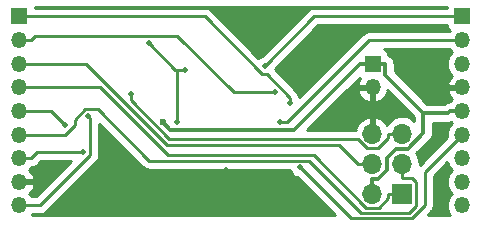
<source format=gbl>
G04 #@! TF.GenerationSoftware,KiCad,Pcbnew,(5.1.2-1)-1*
G04 #@! TF.CreationDate,2019-05-25T15:40:47+02:00*
G04 #@! TF.ProjectId,PSX64 Interface,50535836-3420-4496-9e74-657266616365,1.0*
G04 #@! TF.SameCoordinates,Original*
G04 #@! TF.FileFunction,Copper,L2,Bot*
G04 #@! TF.FilePolarity,Positive*
%FSLAX46Y46*%
G04 Gerber Fmt 4.6, Leading zero omitted, Abs format (unit mm)*
G04 Created by KiCad (PCBNEW (5.1.2-1)-1) date 2019-05-25 15:40:47*
%MOMM*%
%LPD*%
G04 APERTURE LIST*
%ADD10O,1.350000X1.350000*%
%ADD11R,1.350000X1.350000*%
%ADD12R,1.700000X1.700000*%
%ADD13O,1.700000X1.700000*%
%ADD14C,0.500000*%
%ADD15C,0.600000*%
%ADD16C,0.350000*%
%ADD17C,0.250000*%
%ADD18C,0.254000*%
G04 APERTURE END LIST*
D10*
X107500000Y-141000000D03*
X107500000Y-139000000D03*
X107500000Y-137000000D03*
X107500000Y-135000000D03*
X107500000Y-133000000D03*
X107500000Y-131000000D03*
X107500000Y-129000000D03*
X107500000Y-127000000D03*
D11*
X107500000Y-125000000D03*
X137400000Y-129000000D03*
D10*
X137400000Y-131000000D03*
D11*
X145000000Y-125000000D03*
D10*
X145000000Y-127000000D03*
X145000000Y-129000000D03*
X145000000Y-131000000D03*
X145000000Y-133000000D03*
X145000000Y-135000000D03*
X145000000Y-137000000D03*
X145000000Y-139000000D03*
X145000000Y-141000000D03*
D12*
X139900000Y-140000000D03*
D13*
X137360000Y-140000000D03*
X139900000Y-137460000D03*
X137360000Y-137460000D03*
X139900000Y-134920000D03*
X137360000Y-134920000D03*
D14*
X125000000Y-124868200D03*
X131500000Y-124500000D03*
X128000000Y-128000000D03*
X129734400Y-129000000D03*
X135500000Y-133000000D03*
X142500000Y-136000000D03*
X143500000Y-140000000D03*
X133000000Y-134500000D03*
X125000000Y-138000000D03*
X117500000Y-140500000D03*
X128500000Y-139000000D03*
D15*
X119640400Y-133955000D03*
D14*
X113279700Y-133427900D03*
X112895600Y-136509500D03*
X111338800Y-134172700D03*
X129140300Y-131429000D03*
X130410000Y-132345900D03*
X118458700Y-127252000D03*
X120870100Y-133945200D03*
X121553600Y-129492800D03*
X131259200Y-137777000D03*
X129595700Y-133945200D03*
X128248300Y-129206400D03*
X116906900Y-131567000D03*
D16*
X137400000Y-131000000D02*
X137400000Y-132050300D01*
X137360000Y-134920000D02*
X137360000Y-132090300D01*
X137360000Y-132090300D02*
X137400000Y-132050300D01*
X136349700Y-129000000D02*
X130769500Y-134580200D01*
X130769500Y-134580200D02*
X120265600Y-134580200D01*
X120265600Y-134580200D02*
X119640400Y-133955000D01*
X137400000Y-129000000D02*
X138450300Y-129000000D01*
X141706900Y-133189100D02*
X138450300Y-129932500D01*
X138450300Y-129932500D02*
X138450300Y-129000000D01*
X141706900Y-133189100D02*
X141706900Y-134846100D01*
X141706900Y-134846100D02*
X140363000Y-136190000D01*
X140363000Y-136190000D02*
X139366700Y-136190000D01*
X139366700Y-136190000D02*
X138585300Y-136971400D01*
X138585300Y-136971400D02*
X138585300Y-138009000D01*
X138585300Y-138009000D02*
X137819600Y-138774700D01*
X137819600Y-138774700D02*
X137360000Y-138774700D01*
X143949700Y-133000000D02*
X143760600Y-133189100D01*
X143760600Y-133189100D02*
X141706900Y-133189100D01*
X137400000Y-129000000D02*
X136349700Y-129000000D01*
X145000000Y-133000000D02*
X143949700Y-133000000D01*
X137360000Y-140000000D02*
X137360000Y-138774700D01*
D17*
X113279700Y-133427900D02*
X113506800Y-133655000D01*
X113506800Y-133655000D02*
X113506800Y-136726500D01*
X113506800Y-136726500D02*
X109233300Y-141000000D01*
X109233300Y-141000000D02*
X107500000Y-141000000D01*
X108500300Y-137000000D02*
X108990800Y-136509500D01*
X108990800Y-136509500D02*
X112895600Y-136509500D01*
X107500000Y-137000000D02*
X108500300Y-137000000D01*
X107500000Y-135000000D02*
X111325200Y-135000000D01*
X111325200Y-135000000D02*
X112162700Y-134162500D01*
X112162700Y-134162500D02*
X112162700Y-133731000D01*
X112162700Y-133731000D02*
X113050300Y-132843400D01*
X113050300Y-132843400D02*
X114119300Y-132843400D01*
X114119300Y-132843400D02*
X118477500Y-137201600D01*
X118477500Y-137201600D02*
X131993300Y-137201600D01*
X131993300Y-137201600D02*
X136417700Y-141626000D01*
X136417700Y-141626000D02*
X140492800Y-141626000D01*
X140492800Y-141626000D02*
X141081700Y-141037100D01*
X141081700Y-141037100D02*
X141081700Y-139009000D01*
X141081700Y-139009000D02*
X140708000Y-138635300D01*
X140708000Y-138635300D02*
X139900000Y-138635300D01*
X139900000Y-137460000D02*
X139900000Y-138635300D01*
X111338800Y-134172700D02*
X110166100Y-133000000D01*
X110166100Y-133000000D02*
X107500000Y-133000000D01*
X139900000Y-140000000D02*
X138724700Y-140000000D01*
X138724700Y-140000000D02*
X138724700Y-140367300D01*
X138724700Y-140367300D02*
X137916400Y-141175600D01*
X137916400Y-141175600D02*
X136873400Y-141175600D01*
X136873400Y-141175600D02*
X132449000Y-136751200D01*
X132449000Y-136751200D02*
X120090000Y-136751200D01*
X120090000Y-136751200D02*
X114338800Y-131000000D01*
X114338800Y-131000000D02*
X107500000Y-131000000D01*
X136184700Y-137460000D02*
X134575200Y-135850500D01*
X134575200Y-135850500D02*
X120014700Y-135850500D01*
X120014700Y-135850500D02*
X113164200Y-129000000D01*
X113164200Y-129000000D02*
X107500000Y-129000000D01*
X137360000Y-137460000D02*
X136184700Y-137460000D01*
X107500000Y-127000000D02*
X108500300Y-127000000D01*
X129140300Y-131429000D02*
X129140300Y-131428900D01*
X129140300Y-131428900D02*
X125632700Y-131428900D01*
X125632700Y-131428900D02*
X120880500Y-126676700D01*
X120880500Y-126676700D02*
X108823600Y-126676700D01*
X108823600Y-126676700D02*
X108500300Y-127000000D01*
X130410000Y-132345900D02*
X130410000Y-131863200D01*
X130410000Y-131863200D02*
X128428700Y-129881900D01*
X128428700Y-129881900D02*
X128056900Y-129881900D01*
X128056900Y-129881900D02*
X123175000Y-125000000D01*
X123175000Y-125000000D02*
X107500000Y-125000000D01*
X120870100Y-129492800D02*
X120699500Y-129492800D01*
X120699500Y-129492800D02*
X118458700Y-127252000D01*
X121553600Y-129492800D02*
X120870100Y-129492800D01*
X120870100Y-129492800D02*
X120870100Y-133945200D01*
X131259200Y-137777000D02*
X135558500Y-142076300D01*
X135558500Y-142076300D02*
X140694300Y-142076300D01*
X140694300Y-142076300D02*
X141844300Y-140926300D01*
X141844300Y-140926300D02*
X141844300Y-138155700D01*
X141844300Y-138155700D02*
X145000000Y-135000000D01*
X145000000Y-127000000D02*
X137102400Y-127000000D01*
X137102400Y-127000000D02*
X130157200Y-133945200D01*
X130157200Y-133945200D02*
X129595700Y-133945200D01*
X128248300Y-129206400D02*
X132454700Y-125000000D01*
X132454700Y-125000000D02*
X145000000Y-125000000D01*
X139900000Y-134920000D02*
X138724700Y-134920000D01*
X138724700Y-134920000D02*
X138724700Y-135287300D01*
X138724700Y-135287300D02*
X137875700Y-136136300D01*
X137875700Y-136136300D02*
X136914000Y-136136300D01*
X136914000Y-136136300D02*
X136177400Y-135399700D01*
X136177400Y-135399700D02*
X120200800Y-135399700D01*
X120200800Y-135399700D02*
X116906900Y-132105800D01*
X116906900Y-132105800D02*
X116906900Y-131567000D01*
D18*
G36*
X117913700Y-137712602D02*
G01*
X117937499Y-137741601D01*
X117966497Y-137765399D01*
X118053224Y-137836574D01*
X118185253Y-137907146D01*
X118328514Y-137950603D01*
X118477500Y-137965277D01*
X118514833Y-137961600D01*
X130393581Y-137961600D01*
X130408210Y-138035145D01*
X130474923Y-138196205D01*
X130571776Y-138341155D01*
X130695045Y-138464424D01*
X130839995Y-138561277D01*
X131001055Y-138627990D01*
X131043914Y-138636515D01*
X134197398Y-141790000D01*
X108546336Y-141790000D01*
X108570956Y-141760000D01*
X109195978Y-141760000D01*
X109233300Y-141763676D01*
X109270622Y-141760000D01*
X109270633Y-141760000D01*
X109382286Y-141749003D01*
X109525547Y-141705546D01*
X109657576Y-141634974D01*
X109773301Y-141540001D01*
X109797104Y-141510997D01*
X114017803Y-137290299D01*
X114046801Y-137266501D01*
X114141774Y-137150776D01*
X114212346Y-137018747D01*
X114255803Y-136875486D01*
X114266800Y-136763833D01*
X114266800Y-136763825D01*
X114270476Y-136726500D01*
X114266800Y-136689175D01*
X114266800Y-134065701D01*
X117913700Y-137712602D01*
X117913700Y-137712602D01*
G37*
X117913700Y-137712602D02*
X117937499Y-137741601D01*
X117966497Y-137765399D01*
X118053224Y-137836574D01*
X118185253Y-137907146D01*
X118328514Y-137950603D01*
X118477500Y-137965277D01*
X118514833Y-137961600D01*
X130393581Y-137961600D01*
X130408210Y-138035145D01*
X130474923Y-138196205D01*
X130571776Y-138341155D01*
X130695045Y-138464424D01*
X130839995Y-138561277D01*
X131001055Y-138627990D01*
X131043914Y-138636515D01*
X134197398Y-141790000D01*
X108546336Y-141790000D01*
X108570956Y-141760000D01*
X109195978Y-141760000D01*
X109233300Y-141763676D01*
X109270622Y-141760000D01*
X109270633Y-141760000D01*
X109382286Y-141749003D01*
X109525547Y-141705546D01*
X109657576Y-141634974D01*
X109773301Y-141540001D01*
X109797104Y-141510997D01*
X114017803Y-137290299D01*
X114046801Y-137266501D01*
X114141774Y-137150776D01*
X114212346Y-137018747D01*
X114255803Y-136875486D01*
X114266800Y-136763833D01*
X114266800Y-136763825D01*
X114270476Y-136726500D01*
X114266800Y-136689175D01*
X114266800Y-134065701D01*
X117913700Y-137712602D01*
G36*
X143783862Y-137503741D02*
G01*
X143905505Y-137731318D01*
X144069208Y-137930792D01*
X144153539Y-138000000D01*
X144069208Y-138069208D01*
X143905505Y-138268682D01*
X143783862Y-138496259D01*
X143708955Y-138743195D01*
X143683662Y-139000000D01*
X143708955Y-139256805D01*
X143783862Y-139503741D01*
X143905505Y-139731318D01*
X144069208Y-139930792D01*
X144153539Y-140000000D01*
X144069208Y-140069208D01*
X143905505Y-140268682D01*
X143783862Y-140496259D01*
X143708955Y-140743195D01*
X143683662Y-141000000D01*
X143708955Y-141256805D01*
X143783862Y-141503741D01*
X143905505Y-141731318D01*
X143953664Y-141790000D01*
X142055402Y-141790000D01*
X142355304Y-141490098D01*
X142384301Y-141466301D01*
X142479274Y-141350576D01*
X142549846Y-141218547D01*
X142593303Y-141075286D01*
X142604300Y-140963633D01*
X142604300Y-140963632D01*
X142607977Y-140926300D01*
X142604300Y-140888967D01*
X142604300Y-138470501D01*
X143734334Y-137340468D01*
X143783862Y-137503741D01*
X143783862Y-137503741D01*
G37*
X143783862Y-137503741D02*
X143905505Y-137731318D01*
X144069208Y-137930792D01*
X144153539Y-138000000D01*
X144069208Y-138069208D01*
X143905505Y-138268682D01*
X143783862Y-138496259D01*
X143708955Y-138743195D01*
X143683662Y-139000000D01*
X143708955Y-139256805D01*
X143783862Y-139503741D01*
X143905505Y-139731318D01*
X144069208Y-139930792D01*
X144153539Y-140000000D01*
X144069208Y-140069208D01*
X143905505Y-140268682D01*
X143783862Y-140496259D01*
X143708955Y-140743195D01*
X143683662Y-141000000D01*
X143708955Y-141256805D01*
X143783862Y-141503741D01*
X143905505Y-141731318D01*
X143953664Y-141790000D01*
X142055402Y-141790000D01*
X142355304Y-141490098D01*
X142384301Y-141466301D01*
X142479274Y-141350576D01*
X142549846Y-141218547D01*
X142593303Y-141075286D01*
X142604300Y-140963633D01*
X142604300Y-140963632D01*
X142607977Y-140926300D01*
X142604300Y-140888967D01*
X142604300Y-138470501D01*
X143734334Y-137340468D01*
X143783862Y-137503741D01*
G36*
X108918499Y-140240000D02*
G01*
X108570956Y-140240000D01*
X108430792Y-140069208D01*
X108342352Y-139996628D01*
X108478303Y-139871227D01*
X108629473Y-139663629D01*
X108737238Y-139430528D01*
X108767910Y-139329400D01*
X108644224Y-139127000D01*
X107627000Y-139127000D01*
X107627000Y-139147000D01*
X107373000Y-139147000D01*
X107373000Y-139127000D01*
X107353000Y-139127000D01*
X107353000Y-138873000D01*
X107373000Y-138873000D01*
X107373000Y-138853000D01*
X107627000Y-138853000D01*
X107627000Y-138873000D01*
X108644224Y-138873000D01*
X108767910Y-138670600D01*
X108737238Y-138569472D01*
X108629473Y-138336371D01*
X108478303Y-138128773D01*
X108342352Y-138003372D01*
X108430792Y-137930792D01*
X108573887Y-137756429D01*
X108649286Y-137749003D01*
X108792547Y-137705546D01*
X108924576Y-137634974D01*
X109040301Y-137540001D01*
X109064104Y-137510997D01*
X109305601Y-137269500D01*
X111888998Y-137269500D01*
X108918499Y-140240000D01*
X108918499Y-140240000D01*
G37*
X108918499Y-140240000D02*
X108570956Y-140240000D01*
X108430792Y-140069208D01*
X108342352Y-139996628D01*
X108478303Y-139871227D01*
X108629473Y-139663629D01*
X108737238Y-139430528D01*
X108767910Y-139329400D01*
X108644224Y-139127000D01*
X107627000Y-139127000D01*
X107627000Y-139147000D01*
X107373000Y-139147000D01*
X107373000Y-139127000D01*
X107353000Y-139127000D01*
X107353000Y-138873000D01*
X107373000Y-138873000D01*
X107373000Y-138853000D01*
X107627000Y-138853000D01*
X107627000Y-138873000D01*
X108644224Y-138873000D01*
X108767910Y-138670600D01*
X108737238Y-138569472D01*
X108629473Y-138336371D01*
X108478303Y-138128773D01*
X108342352Y-138003372D01*
X108430792Y-137930792D01*
X108573887Y-137756429D01*
X108649286Y-137749003D01*
X108792547Y-137705546D01*
X108924576Y-137634974D01*
X109040301Y-137540001D01*
X109064104Y-137510997D01*
X109305601Y-137269500D01*
X111888998Y-137269500D01*
X108918499Y-140240000D01*
G36*
X144153539Y-134000000D02*
G01*
X144069208Y-134069208D01*
X143905505Y-134268682D01*
X143783862Y-134496259D01*
X143708955Y-134743195D01*
X143683662Y-135000000D01*
X143705318Y-135219880D01*
X141384208Y-137540991D01*
X141392185Y-137460000D01*
X141363513Y-137168889D01*
X141278599Y-136888966D01*
X141140706Y-136630986D01*
X141107720Y-136590792D01*
X142251518Y-135446995D01*
X142282428Y-135421628D01*
X142383649Y-135298289D01*
X142427887Y-135215526D01*
X142458863Y-135157574D01*
X142469643Y-135122037D01*
X142505180Y-135004888D01*
X142516900Y-134885891D01*
X142516900Y-134885888D01*
X142520819Y-134846100D01*
X142516900Y-134806312D01*
X142516900Y-133999100D01*
X143720812Y-133999100D01*
X143760600Y-134003019D01*
X143800388Y-133999100D01*
X143800391Y-133999100D01*
X143919388Y-133987380D01*
X144072073Y-133941063D01*
X144077917Y-133937939D01*
X144153539Y-134000000D01*
X144153539Y-134000000D01*
G37*
X144153539Y-134000000D02*
X144069208Y-134069208D01*
X143905505Y-134268682D01*
X143783862Y-134496259D01*
X143708955Y-134743195D01*
X143683662Y-135000000D01*
X143705318Y-135219880D01*
X141384208Y-137540991D01*
X141392185Y-137460000D01*
X141363513Y-137168889D01*
X141278599Y-136888966D01*
X141140706Y-136630986D01*
X141107720Y-136590792D01*
X142251518Y-135446995D01*
X142282428Y-135421628D01*
X142383649Y-135298289D01*
X142427887Y-135215526D01*
X142458863Y-135157574D01*
X142469643Y-135122037D01*
X142505180Y-135004888D01*
X142516900Y-134885891D01*
X142516900Y-134885888D01*
X142520819Y-134846100D01*
X142516900Y-134806312D01*
X142516900Y-133999100D01*
X143720812Y-133999100D01*
X143760600Y-134003019D01*
X143800388Y-133999100D01*
X143800391Y-133999100D01*
X143919388Y-133987380D01*
X144072073Y-133941063D01*
X144077917Y-133937939D01*
X144153539Y-134000000D01*
G36*
X136367559Y-130203119D02*
G01*
X136270527Y-130336371D01*
X136162762Y-130569472D01*
X136132090Y-130670600D01*
X136255776Y-130873000D01*
X137273000Y-130873000D01*
X137273000Y-130853000D01*
X137527000Y-130853000D01*
X137527000Y-130873000D01*
X137547000Y-130873000D01*
X137547000Y-131127000D01*
X137527000Y-131127000D01*
X137527000Y-132145085D01*
X137729401Y-132267915D01*
X137970430Y-132179289D01*
X138189537Y-132045344D01*
X138378303Y-131871227D01*
X138529473Y-131663629D01*
X138637238Y-131430528D01*
X138667910Y-131329400D01*
X138614834Y-131242546D01*
X140896900Y-133524613D01*
X140896900Y-133817075D01*
X140729014Y-133679294D01*
X140471034Y-133541401D01*
X140191111Y-133456487D01*
X139972950Y-133435000D01*
X139827050Y-133435000D01*
X139608889Y-133456487D01*
X139328966Y-133541401D01*
X139070986Y-133679294D01*
X138844866Y-133864866D01*
X138659294Y-134090986D01*
X138628416Y-134148756D01*
X138457588Y-133919731D01*
X138241355Y-133724822D01*
X137991252Y-133575843D01*
X137716891Y-133478519D01*
X137487000Y-133599186D01*
X137487000Y-134793000D01*
X137507000Y-134793000D01*
X137507000Y-135047000D01*
X137487000Y-135047000D01*
X137487000Y-135067000D01*
X137233000Y-135067000D01*
X137233000Y-135047000D01*
X137213000Y-135047000D01*
X137213000Y-134793000D01*
X137233000Y-134793000D01*
X137233000Y-133599186D01*
X137003109Y-133478519D01*
X136728748Y-133575843D01*
X136478645Y-133724822D01*
X136262412Y-133919731D01*
X136088359Y-134153080D01*
X135963175Y-134415901D01*
X135918524Y-134563110D01*
X135958943Y-134639700D01*
X131855512Y-134639700D01*
X135165812Y-131329400D01*
X136132090Y-131329400D01*
X136162762Y-131430528D01*
X136270527Y-131663629D01*
X136421697Y-131871227D01*
X136610463Y-132045344D01*
X136829570Y-132179289D01*
X137070599Y-132267915D01*
X137273000Y-132145085D01*
X137273000Y-131127000D01*
X136255776Y-131127000D01*
X136132090Y-131329400D01*
X135165812Y-131329400D01*
X136326110Y-130169103D01*
X136367559Y-130203119D01*
X136367559Y-130203119D01*
G37*
X136367559Y-130203119D02*
X136270527Y-130336371D01*
X136162762Y-130569472D01*
X136132090Y-130670600D01*
X136255776Y-130873000D01*
X137273000Y-130873000D01*
X137273000Y-130853000D01*
X137527000Y-130853000D01*
X137527000Y-130873000D01*
X137547000Y-130873000D01*
X137547000Y-131127000D01*
X137527000Y-131127000D01*
X137527000Y-132145085D01*
X137729401Y-132267915D01*
X137970430Y-132179289D01*
X138189537Y-132045344D01*
X138378303Y-131871227D01*
X138529473Y-131663629D01*
X138637238Y-131430528D01*
X138667910Y-131329400D01*
X138614834Y-131242546D01*
X140896900Y-133524613D01*
X140896900Y-133817075D01*
X140729014Y-133679294D01*
X140471034Y-133541401D01*
X140191111Y-133456487D01*
X139972950Y-133435000D01*
X139827050Y-133435000D01*
X139608889Y-133456487D01*
X139328966Y-133541401D01*
X139070986Y-133679294D01*
X138844866Y-133864866D01*
X138659294Y-134090986D01*
X138628416Y-134148756D01*
X138457588Y-133919731D01*
X138241355Y-133724822D01*
X137991252Y-133575843D01*
X137716891Y-133478519D01*
X137487000Y-133599186D01*
X137487000Y-134793000D01*
X137507000Y-134793000D01*
X137507000Y-135047000D01*
X137487000Y-135047000D01*
X137487000Y-135067000D01*
X137233000Y-135067000D01*
X137233000Y-135047000D01*
X137213000Y-135047000D01*
X137213000Y-134793000D01*
X137233000Y-134793000D01*
X137233000Y-133599186D01*
X137003109Y-133478519D01*
X136728748Y-133575843D01*
X136478645Y-133724822D01*
X136262412Y-133919731D01*
X136088359Y-134153080D01*
X135963175Y-134415901D01*
X135918524Y-134563110D01*
X135958943Y-134639700D01*
X131855512Y-134639700D01*
X135165812Y-131329400D01*
X136132090Y-131329400D01*
X136162762Y-131430528D01*
X136270527Y-131663629D01*
X136421697Y-131871227D01*
X136610463Y-132045344D01*
X136829570Y-132179289D01*
X137070599Y-132267915D01*
X137273000Y-132145085D01*
X137273000Y-131127000D01*
X136255776Y-131127000D01*
X136132090Y-131329400D01*
X135165812Y-131329400D01*
X136326110Y-130169103D01*
X136367559Y-130203119D01*
G36*
X144069208Y-127930792D02*
G01*
X144153539Y-128000000D01*
X144069208Y-128069208D01*
X143905505Y-128268682D01*
X143783862Y-128496259D01*
X143708955Y-128743195D01*
X143683662Y-129000000D01*
X143708955Y-129256805D01*
X143783862Y-129503741D01*
X143905505Y-129731318D01*
X144069208Y-129930792D01*
X144157648Y-130003372D01*
X144021697Y-130128773D01*
X143870527Y-130336371D01*
X143762762Y-130569472D01*
X143732090Y-130670600D01*
X143855776Y-130873000D01*
X144873000Y-130873000D01*
X144873000Y-130853000D01*
X145127000Y-130853000D01*
X145127000Y-130873000D01*
X145147000Y-130873000D01*
X145147000Y-131127000D01*
X145127000Y-131127000D01*
X145127000Y-131147000D01*
X144873000Y-131147000D01*
X144873000Y-131127000D01*
X143855776Y-131127000D01*
X143732090Y-131329400D01*
X143762762Y-131430528D01*
X143870527Y-131663629D01*
X144021697Y-131871227D01*
X144157648Y-131996628D01*
X144069208Y-132069208D01*
X143971529Y-132188231D01*
X143949700Y-132186081D01*
X143909912Y-132190000D01*
X143909909Y-132190000D01*
X143790912Y-132201720D01*
X143638227Y-132248037D01*
X143497511Y-132323251D01*
X143429458Y-132379100D01*
X142042413Y-132379100D01*
X139260300Y-129596988D01*
X139260300Y-129039791D01*
X139264219Y-129000000D01*
X139248580Y-128841212D01*
X139202263Y-128688527D01*
X139127049Y-128547811D01*
X139025828Y-128424472D01*
X138902489Y-128323251D01*
X138761773Y-128248037D01*
X138703759Y-128230438D01*
X138700812Y-128200518D01*
X138664502Y-128080820D01*
X138605537Y-127970506D01*
X138526185Y-127873815D01*
X138429494Y-127794463D01*
X138365019Y-127760000D01*
X143929044Y-127760000D01*
X144069208Y-127930792D01*
X144069208Y-127930792D01*
G37*
X144069208Y-127930792D02*
X144153539Y-128000000D01*
X144069208Y-128069208D01*
X143905505Y-128268682D01*
X143783862Y-128496259D01*
X143708955Y-128743195D01*
X143683662Y-129000000D01*
X143708955Y-129256805D01*
X143783862Y-129503741D01*
X143905505Y-129731318D01*
X144069208Y-129930792D01*
X144157648Y-130003372D01*
X144021697Y-130128773D01*
X143870527Y-130336371D01*
X143762762Y-130569472D01*
X143732090Y-130670600D01*
X143855776Y-130873000D01*
X144873000Y-130873000D01*
X144873000Y-130853000D01*
X145127000Y-130853000D01*
X145127000Y-130873000D01*
X145147000Y-130873000D01*
X145147000Y-131127000D01*
X145127000Y-131127000D01*
X145127000Y-131147000D01*
X144873000Y-131147000D01*
X144873000Y-131127000D01*
X143855776Y-131127000D01*
X143732090Y-131329400D01*
X143762762Y-131430528D01*
X143870527Y-131663629D01*
X144021697Y-131871227D01*
X144157648Y-131996628D01*
X144069208Y-132069208D01*
X143971529Y-132188231D01*
X143949700Y-132186081D01*
X143909912Y-132190000D01*
X143909909Y-132190000D01*
X143790912Y-132201720D01*
X143638227Y-132248037D01*
X143497511Y-132323251D01*
X143429458Y-132379100D01*
X142042413Y-132379100D01*
X139260300Y-129596988D01*
X139260300Y-129039791D01*
X139264219Y-129000000D01*
X139248580Y-128841212D01*
X139202263Y-128688527D01*
X139127049Y-128547811D01*
X139025828Y-128424472D01*
X138902489Y-128323251D01*
X138761773Y-128248037D01*
X138703759Y-128230438D01*
X138700812Y-128200518D01*
X138664502Y-128080820D01*
X138605537Y-127970506D01*
X138526185Y-127873815D01*
X138429494Y-127794463D01*
X138365019Y-127760000D01*
X143929044Y-127760000D01*
X144069208Y-127930792D01*
G36*
X143699188Y-125799482D02*
G01*
X143735498Y-125919180D01*
X143794463Y-126029494D01*
X143873815Y-126126185D01*
X143962631Y-126199074D01*
X143929044Y-126240000D01*
X137139722Y-126240000D01*
X137102399Y-126236324D01*
X137065076Y-126240000D01*
X137065067Y-126240000D01*
X136953414Y-126250997D01*
X136810153Y-126294454D01*
X136678123Y-126365026D01*
X136634277Y-126401010D01*
X136562399Y-126459999D01*
X136538601Y-126488997D01*
X131172844Y-131854754D01*
X131170000Y-131825876D01*
X131170000Y-131825868D01*
X131159003Y-131714214D01*
X131115546Y-131570953D01*
X131044974Y-131438924D01*
X130950001Y-131323199D01*
X130921003Y-131299401D01*
X129095440Y-129473839D01*
X129099290Y-129464545D01*
X129107815Y-129421686D01*
X132769502Y-125760000D01*
X143695299Y-125760000D01*
X143699188Y-125799482D01*
X143699188Y-125799482D01*
G37*
X143699188Y-125799482D02*
X143735498Y-125919180D01*
X143794463Y-126029494D01*
X143873815Y-126126185D01*
X143962631Y-126199074D01*
X143929044Y-126240000D01*
X137139722Y-126240000D01*
X137102399Y-126236324D01*
X137065076Y-126240000D01*
X137065067Y-126240000D01*
X136953414Y-126250997D01*
X136810153Y-126294454D01*
X136678123Y-126365026D01*
X136634277Y-126401010D01*
X136562399Y-126459999D01*
X136538601Y-126488997D01*
X131172844Y-131854754D01*
X131170000Y-131825876D01*
X131170000Y-131825868D01*
X131159003Y-131714214D01*
X131115546Y-131570953D01*
X131044974Y-131438924D01*
X130950001Y-131323199D01*
X130921003Y-131299401D01*
X129095440Y-129473839D01*
X129099290Y-129464545D01*
X129107815Y-129421686D01*
X132769502Y-125760000D01*
X143695299Y-125760000D01*
X143699188Y-125799482D01*
G36*
X143695299Y-124240000D02*
G01*
X132492023Y-124240000D01*
X132454700Y-124236324D01*
X132417377Y-124240000D01*
X132417367Y-124240000D01*
X132305714Y-124250997D01*
X132165499Y-124293530D01*
X132162453Y-124294454D01*
X132030423Y-124365026D01*
X131979522Y-124406800D01*
X131914699Y-124459999D01*
X131890901Y-124488997D01*
X128033014Y-128346885D01*
X127990155Y-128355410D01*
X127829095Y-128422123D01*
X127734879Y-128485077D01*
X123738804Y-124489003D01*
X123715001Y-124459999D01*
X123599276Y-124365026D01*
X123467247Y-124294454D01*
X123323986Y-124250997D01*
X123212333Y-124240000D01*
X123212322Y-124240000D01*
X123175000Y-124236324D01*
X123137678Y-124240000D01*
X108804701Y-124240000D01*
X108801746Y-124210000D01*
X143698254Y-124210000D01*
X143695299Y-124240000D01*
X143695299Y-124240000D01*
G37*
X143695299Y-124240000D02*
X132492023Y-124240000D01*
X132454700Y-124236324D01*
X132417377Y-124240000D01*
X132417367Y-124240000D01*
X132305714Y-124250997D01*
X132165499Y-124293530D01*
X132162453Y-124294454D01*
X132030423Y-124365026D01*
X131979522Y-124406800D01*
X131914699Y-124459999D01*
X131890901Y-124488997D01*
X128033014Y-128346885D01*
X127990155Y-128355410D01*
X127829095Y-128422123D01*
X127734879Y-128485077D01*
X123738804Y-124489003D01*
X123715001Y-124459999D01*
X123599276Y-124365026D01*
X123467247Y-124294454D01*
X123323986Y-124250997D01*
X123212333Y-124240000D01*
X123212322Y-124240000D01*
X123175000Y-124236324D01*
X123137678Y-124240000D01*
X108804701Y-124240000D01*
X108801746Y-124210000D01*
X143698254Y-124210000D01*
X143695299Y-124240000D01*
M02*

</source>
